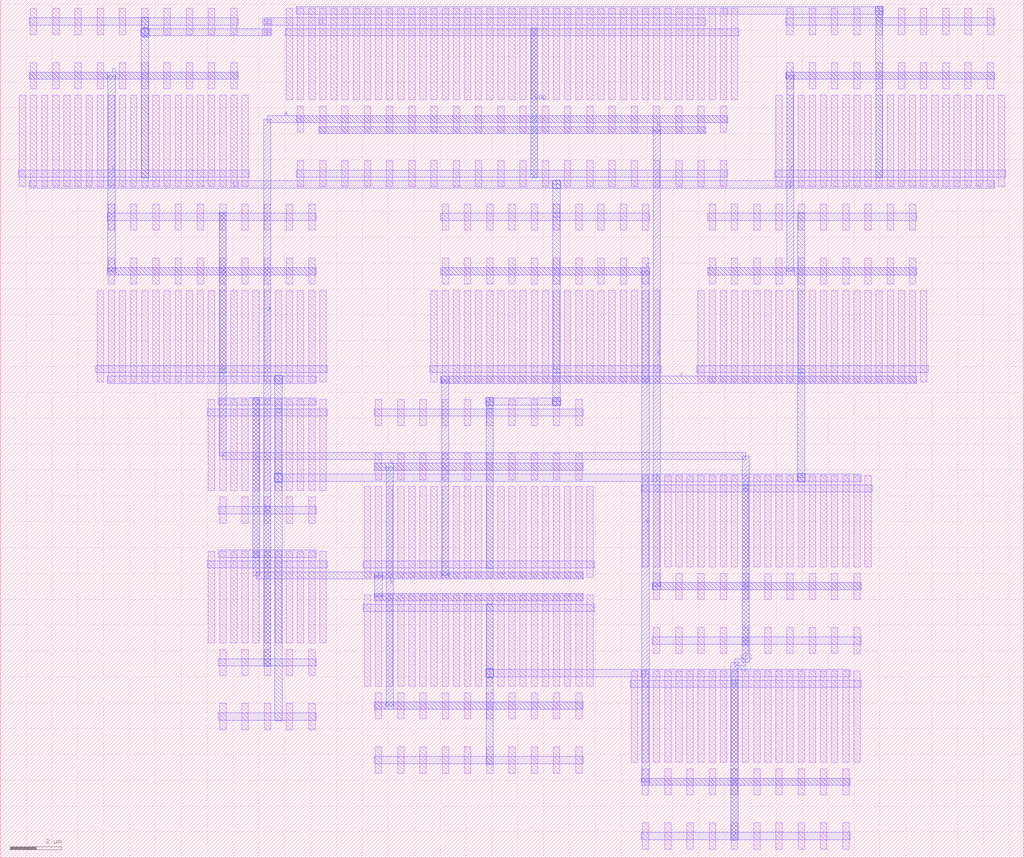
<source format=lef>
MACRO FN_SIM
  ORIGIN 0 0 ;
  FOREIGN FN_SIM 0 0 ;
  SIZE 39.56 BY 33.18 ;
  PIN E
    DIRECTION INOUT ;
    USE SIGNAL ;
    PORT 
      LAYER M2 ;
        RECT 14.45 5.74 22.53 6.02 ;
      LAYER M2 ;
        RECT 14.45 14.98 22.53 15.26 ;
      LAYER M2 ;
        RECT 14.89 5.74 15.21 6.02 ;
      LAYER M3 ;
        RECT 14.91 5.88 15.19 15.12 ;
      LAYER M2 ;
        RECT 14.89 14.98 15.21 15.26 ;
    END
  END E
  PIN Y
    DIRECTION INOUT ;
    USE SIGNAL ;
    PORT 
      LAYER M3 ;
        RECT 9.75 11.6 10.03 17.8 ;
      LAYER M2 ;
        RECT 14.45 9.94 22.53 10.22 ;
      LAYER M2 ;
        RECT 14.45 10.78 22.53 11.06 ;
      LAYER M2 ;
        RECT 14.46 9.94 14.78 10.22 ;
      LAYER M3 ;
        RECT 14.48 10.08 14.76 10.92 ;
      LAYER M2 ;
        RECT 14.46 10.78 14.78 11.06 ;
      LAYER M2 ;
        RECT 17.03 18.34 25.11 18.62 ;
      LAYER M2 ;
        RECT 27.35 18.34 35.43 18.62 ;
      LAYER M3 ;
        RECT 9.75 10.92 10.03 11.76 ;
      LAYER M2 ;
        RECT 9.89 10.78 14.62 11.06 ;
      LAYER M2 ;
        RECT 17.04 10.78 17.36 11.06 ;
      LAYER M3 ;
        RECT 17.06 10.92 17.34 18.48 ;
      LAYER M2 ;
        RECT 17.04 18.34 17.36 18.62 ;
      LAYER M2 ;
        RECT 24.94 18.34 27.52 18.62 ;
    END
  END Y
  PIN A
    DIRECTION INOUT ;
    USE SIGNAL ;
    PORT 
      LAYER M3 ;
        RECT 10.18 7.4 10.46 13.6 ;
      LAYER M2 ;
        RECT 11.44 28.42 28.12 28.7 ;
      LAYER M3 ;
        RECT 10.18 13.44 10.46 28.56 ;
      LAYER M2 ;
        RECT 10.32 28.42 11.61 28.7 ;
    END
  END A
  PIN B
    DIRECTION INOUT ;
    USE SIGNAL ;
    PORT 
      LAYER M2 ;
        RECT 25.2 10.36 33.28 10.64 ;
      LAYER M2 ;
        RECT 12.3 28 27.26 28.28 ;
      LAYER M2 ;
        RECT 25.21 10.36 25.53 10.64 ;
      LAYER M3 ;
        RECT 25.23 10.5 25.51 28.14 ;
      LAYER M2 ;
        RECT 25.21 28 25.53 28.28 ;
    END
  END B
  PIN VDD
    DIRECTION INOUT ;
    USE SIGNAL ;
    PORT 
      LAYER M3 ;
        RECT 20.5 26.3 20.78 32.08 ;
    END
  END VDD
  PIN VSS
    DIRECTION INOUT ;
    USE SIGNAL ;
    PORT 
      LAYER M3 ;
        RECT 8.46 18.74 8.74 24.94 ;
      LAYER M3 ;
        RECT 28.67 8.24 28.95 14.44 ;
      LAYER M3 ;
        RECT 28.24 0.68 28.52 6.88 ;
      LAYER M3 ;
        RECT 8.46 15.54 8.74 18.9 ;
      LAYER M2 ;
        RECT 8.6 15.4 28.81 15.68 ;
      LAYER M3 ;
        RECT 28.67 14.28 28.95 15.54 ;
      LAYER M3 ;
        RECT 28.67 7.56 28.95 8.4 ;
      LAYER M2 ;
        RECT 28.38 7.42 28.81 7.7 ;
      LAYER M3 ;
        RECT 28.24 6.72 28.52 7.56 ;
    END
  END VSS
  PIN D
    DIRECTION INOUT ;
    USE SIGNAL ;
    PORT 
      LAYER M2 ;
        RECT 4.13 22.54 12.21 22.82 ;
      LAYER M2 ;
        RECT 1.12 30.1 9.2 30.38 ;
      LAYER M2 ;
        RECT 4.14 22.54 4.46 22.82 ;
      LAYER M3 ;
        RECT 4.16 22.68 4.44 30.24 ;
      LAYER M2 ;
        RECT 4.14 30.1 4.46 30.38 ;
    END
  END D
  PIN F
    DIRECTION INOUT ;
    USE SIGNAL ;
    PORT 
      LAYER M2 ;
        RECT 24.77 2.8 32.85 3.08 ;
      LAYER M2 ;
        RECT 17.03 22.54 25.11 22.82 ;
      LAYER M2 ;
        RECT 24.78 2.8 25.1 3.08 ;
      LAYER M3 ;
        RECT 24.8 2.94 25.08 22.68 ;
      LAYER M2 ;
        RECT 24.78 22.54 25.1 22.82 ;
    END
  END F
  PIN C
    DIRECTION INOUT ;
    USE SIGNAL ;
    PORT 
      LAYER M2 ;
        RECT 27.35 22.54 35.43 22.82 ;
      LAYER M2 ;
        RECT 30.36 30.1 38.44 30.38 ;
      LAYER M2 ;
        RECT 30.37 22.54 30.69 22.82 ;
      LAYER M3 ;
        RECT 30.39 22.68 30.67 30.24 ;
      LAYER M2 ;
        RECT 30.37 30.1 30.69 30.38 ;
    END
  END C
  OBS 
  LAYER M3 ;
        RECT 18.78 3.62 19.06 9.82 ;
  LAYER M2 ;
        RECT 24.77 7 32.85 7.28 ;
  LAYER M3 ;
        RECT 18.78 6.955 19.06 7.325 ;
  LAYER M2 ;
        RECT 18.92 7 24.94 7.28 ;
  LAYER M2 ;
        RECT 18.76 7 19.08 7.28 ;
  LAYER M3 ;
        RECT 18.78 6.98 19.06 7.3 ;
  LAYER M2 ;
        RECT 18.76 7 19.08 7.28 ;
  LAYER M3 ;
        RECT 18.78 6.98 19.06 7.3 ;
  LAYER M2 ;
        RECT 1.12 25.9 9.2 26.18 ;
  LAYER M3 ;
        RECT 21.36 18.74 21.64 24.94 ;
  LAYER M3 ;
        RECT 18.78 11.18 19.06 17.38 ;
  LAYER M2 ;
        RECT 30.36 25.9 38.44 26.18 ;
  LAYER M2 ;
        RECT 9.03 25.9 21.5 26.18 ;
  LAYER M3 ;
        RECT 21.36 24.78 21.64 26.04 ;
  LAYER M3 ;
        RECT 21.36 17.64 21.64 18.9 ;
  LAYER M2 ;
        RECT 18.92 17.5 21.5 17.78 ;
  LAYER M3 ;
        RECT 18.78 17.22 19.06 17.64 ;
  LAYER M2 ;
        RECT 21.5 25.9 30.53 26.18 ;
  LAYER M2 ;
        RECT 21.34 25.9 21.66 26.18 ;
  LAYER M3 ;
        RECT 21.36 25.88 21.64 26.2 ;
  LAYER M2 ;
        RECT 21.34 25.9 21.66 26.18 ;
  LAYER M3 ;
        RECT 21.36 25.88 21.64 26.2 ;
  LAYER M2 ;
        RECT 18.76 17.5 19.08 17.78 ;
  LAYER M3 ;
        RECT 18.78 17.48 19.06 17.8 ;
  LAYER M2 ;
        RECT 21.34 17.5 21.66 17.78 ;
  LAYER M3 ;
        RECT 21.36 17.48 21.64 17.8 ;
  LAYER M2 ;
        RECT 21.34 25.9 21.66 26.18 ;
  LAYER M3 ;
        RECT 21.36 25.88 21.64 26.2 ;
  LAYER M2 ;
        RECT 18.76 17.5 19.08 17.78 ;
  LAYER M3 ;
        RECT 18.78 17.48 19.06 17.8 ;
  LAYER M2 ;
        RECT 21.34 17.5 21.66 17.78 ;
  LAYER M3 ;
        RECT 21.36 17.48 21.64 17.8 ;
  LAYER M2 ;
        RECT 21.34 25.9 21.66 26.18 ;
  LAYER M3 ;
        RECT 21.36 25.88 21.64 26.2 ;
  LAYER M2 ;
        RECT 18.76 17.5 19.08 17.78 ;
  LAYER M3 ;
        RECT 18.78 17.48 19.06 17.8 ;
  LAYER M2 ;
        RECT 21.34 17.5 21.66 17.78 ;
  LAYER M3 ;
        RECT 21.36 17.48 21.64 17.8 ;
  LAYER M2 ;
        RECT 21.34 25.9 21.66 26.18 ;
  LAYER M3 ;
        RECT 21.36 25.88 21.64 26.2 ;
  LAYER M2 ;
        RECT 18.76 17.5 19.08 17.78 ;
  LAYER M3 ;
        RECT 18.78 17.48 19.06 17.8 ;
  LAYER M2 ;
        RECT 21.34 17.5 21.66 17.78 ;
  LAYER M3 ;
        RECT 21.36 17.48 21.64 17.8 ;
  LAYER M2 ;
        RECT 21.34 25.9 21.66 26.18 ;
  LAYER M3 ;
        RECT 21.36 25.88 21.64 26.2 ;
  LAYER M2 ;
        RECT 11.44 32.62 28.12 32.9 ;
  LAYER M3 ;
        RECT 33.83 26.3 34.11 32.5 ;
  LAYER M2 ;
        RECT 27.95 32.62 33.97 32.9 ;
  LAYER M3 ;
        RECT 33.83 32.34 34.11 32.76 ;
  LAYER M2 ;
        RECT 33.81 32.62 34.13 32.9 ;
  LAYER M3 ;
        RECT 33.83 32.6 34.11 32.92 ;
  LAYER M2 ;
        RECT 33.81 32.62 34.13 32.9 ;
  LAYER M3 ;
        RECT 33.83 32.6 34.11 32.92 ;
  LAYER M3 ;
        RECT 5.45 26.3 5.73 32.5 ;
  LAYER M2 ;
        RECT 12.3 32.2 27.26 32.48 ;
  LAYER M3 ;
        RECT 5.45 31.735 5.73 32.105 ;
  LAYER M2 ;
        RECT 5.59 31.78 10.32 32.06 ;
  LAYER M1 ;
        RECT 10.195 31.92 10.445 32.34 ;
  LAYER M2 ;
        RECT 10.32 32.2 12.47 32.48 ;
  LAYER M1 ;
        RECT 10.195 31.835 10.445 32.005 ;
  LAYER M2 ;
        RECT 10.15 31.78 10.49 32.06 ;
  LAYER M1 ;
        RECT 10.195 32.255 10.445 32.425 ;
  LAYER M2 ;
        RECT 10.15 32.2 10.49 32.48 ;
  LAYER M2 ;
        RECT 5.43 31.78 5.75 32.06 ;
  LAYER M3 ;
        RECT 5.45 31.76 5.73 32.08 ;
  LAYER M1 ;
        RECT 10.195 31.835 10.445 32.005 ;
  LAYER M2 ;
        RECT 10.15 31.78 10.49 32.06 ;
  LAYER M1 ;
        RECT 10.195 32.255 10.445 32.425 ;
  LAYER M2 ;
        RECT 10.15 32.2 10.49 32.48 ;
  LAYER M2 ;
        RECT 5.43 31.78 5.75 32.06 ;
  LAYER M3 ;
        RECT 5.45 31.76 5.73 32.08 ;
  LAYER M3 ;
        RECT 10.61 5.3 10.89 17.38 ;
  LAYER M2 ;
        RECT 4.13 18.34 12.21 18.62 ;
  LAYER M2 ;
        RECT 25.2 14.56 33.28 14.84 ;
  LAYER M3 ;
        RECT 30.82 18.74 31.1 24.94 ;
  LAYER M3 ;
        RECT 10.61 17.22 10.89 18.48 ;
  LAYER M2 ;
        RECT 10.59 18.34 10.91 18.62 ;
  LAYER M3 ;
        RECT 10.61 14.515 10.89 14.885 ;
  LAYER M2 ;
        RECT 10.75 14.56 25.37 14.84 ;
  LAYER M2 ;
        RECT 30.8 14.56 31.12 14.84 ;
  LAYER M3 ;
        RECT 30.82 14.7 31.1 18.9 ;
  LAYER M2 ;
        RECT 10.59 18.34 10.91 18.62 ;
  LAYER M3 ;
        RECT 10.61 18.32 10.89 18.64 ;
  LAYER M2 ;
        RECT 10.59 18.34 10.91 18.62 ;
  LAYER M3 ;
        RECT 10.61 18.32 10.89 18.64 ;
  LAYER M2 ;
        RECT 10.59 14.56 10.91 14.84 ;
  LAYER M3 ;
        RECT 10.61 14.54 10.89 14.86 ;
  LAYER M2 ;
        RECT 10.59 18.34 10.91 18.62 ;
  LAYER M3 ;
        RECT 10.61 18.32 10.89 18.64 ;
  LAYER M2 ;
        RECT 10.59 14.56 10.91 14.84 ;
  LAYER M3 ;
        RECT 10.61 14.54 10.89 14.86 ;
  LAYER M2 ;
        RECT 10.59 18.34 10.91 18.62 ;
  LAYER M3 ;
        RECT 10.61 18.32 10.89 18.64 ;
  LAYER M2 ;
        RECT 10.59 14.56 10.91 14.84 ;
  LAYER M3 ;
        RECT 10.61 14.54 10.89 14.86 ;
  LAYER M2 ;
        RECT 10.59 18.34 10.91 18.62 ;
  LAYER M3 ;
        RECT 10.61 18.32 10.89 18.64 ;
  LAYER M2 ;
        RECT 30.8 14.56 31.12 14.84 ;
  LAYER M3 ;
        RECT 30.82 14.54 31.1 14.86 ;
  LAYER M2 ;
        RECT 10.59 14.56 10.91 14.84 ;
  LAYER M3 ;
        RECT 10.61 14.54 10.89 14.86 ;
  LAYER M2 ;
        RECT 10.59 18.34 10.91 18.62 ;
  LAYER M3 ;
        RECT 10.61 18.32 10.89 18.64 ;
  LAYER M2 ;
        RECT 30.8 14.56 31.12 14.84 ;
  LAYER M3 ;
        RECT 30.82 14.54 31.1 14.86 ;
  LAYER M1 ;
        RECT 14.495 6.635 14.745 10.165 ;
  LAYER M1 ;
        RECT 14.495 5.375 14.745 6.385 ;
  LAYER M1 ;
        RECT 14.495 3.275 14.745 4.285 ;
  LAYER M1 ;
        RECT 14.065 6.635 14.315 10.165 ;
  LAYER M1 ;
        RECT 14.925 6.635 15.175 10.165 ;
  LAYER M1 ;
        RECT 15.355 6.635 15.605 10.165 ;
  LAYER M1 ;
        RECT 15.355 5.375 15.605 6.385 ;
  LAYER M1 ;
        RECT 15.355 3.275 15.605 4.285 ;
  LAYER M1 ;
        RECT 15.785 6.635 16.035 10.165 ;
  LAYER M1 ;
        RECT 16.215 6.635 16.465 10.165 ;
  LAYER M1 ;
        RECT 16.215 5.375 16.465 6.385 ;
  LAYER M1 ;
        RECT 16.215 3.275 16.465 4.285 ;
  LAYER M1 ;
        RECT 16.645 6.635 16.895 10.165 ;
  LAYER M1 ;
        RECT 17.075 6.635 17.325 10.165 ;
  LAYER M1 ;
        RECT 17.075 5.375 17.325 6.385 ;
  LAYER M1 ;
        RECT 17.075 3.275 17.325 4.285 ;
  LAYER M1 ;
        RECT 17.505 6.635 17.755 10.165 ;
  LAYER M1 ;
        RECT 17.935 6.635 18.185 10.165 ;
  LAYER M1 ;
        RECT 17.935 5.375 18.185 6.385 ;
  LAYER M1 ;
        RECT 17.935 3.275 18.185 4.285 ;
  LAYER M1 ;
        RECT 18.365 6.635 18.615 10.165 ;
  LAYER M1 ;
        RECT 18.795 6.635 19.045 10.165 ;
  LAYER M1 ;
        RECT 18.795 5.375 19.045 6.385 ;
  LAYER M1 ;
        RECT 18.795 3.275 19.045 4.285 ;
  LAYER M1 ;
        RECT 19.225 6.635 19.475 10.165 ;
  LAYER M1 ;
        RECT 19.655 6.635 19.905 10.165 ;
  LAYER M1 ;
        RECT 19.655 5.375 19.905 6.385 ;
  LAYER M1 ;
        RECT 19.655 3.275 19.905 4.285 ;
  LAYER M1 ;
        RECT 20.085 6.635 20.335 10.165 ;
  LAYER M1 ;
        RECT 20.515 6.635 20.765 10.165 ;
  LAYER M1 ;
        RECT 20.515 5.375 20.765 6.385 ;
  LAYER M1 ;
        RECT 20.515 3.275 20.765 4.285 ;
  LAYER M1 ;
        RECT 20.945 6.635 21.195 10.165 ;
  LAYER M1 ;
        RECT 21.375 6.635 21.625 10.165 ;
  LAYER M1 ;
        RECT 21.375 5.375 21.625 6.385 ;
  LAYER M1 ;
        RECT 21.375 3.275 21.625 4.285 ;
  LAYER M1 ;
        RECT 21.805 6.635 22.055 10.165 ;
  LAYER M1 ;
        RECT 22.235 6.635 22.485 10.165 ;
  LAYER M1 ;
        RECT 22.235 5.375 22.485 6.385 ;
  LAYER M1 ;
        RECT 22.235 3.275 22.485 4.285 ;
  LAYER M1 ;
        RECT 22.665 6.635 22.915 10.165 ;
  LAYER M2 ;
        RECT 14.45 3.64 22.53 3.92 ;
  LAYER M2 ;
        RECT 14.02 9.52 22.96 9.8 ;
  LAYER M2 ;
        RECT 14.45 9.94 22.53 10.22 ;
  LAYER M2 ;
        RECT 14.45 5.74 22.53 6.02 ;
  LAYER M3 ;
        RECT 18.78 3.62 19.06 9.82 ;
  LAYER M1 ;
        RECT 14.495 10.835 14.745 14.365 ;
  LAYER M1 ;
        RECT 14.495 14.615 14.745 15.625 ;
  LAYER M1 ;
        RECT 14.495 16.715 14.745 17.725 ;
  LAYER M1 ;
        RECT 14.065 10.835 14.315 14.365 ;
  LAYER M1 ;
        RECT 14.925 10.835 15.175 14.365 ;
  LAYER M1 ;
        RECT 15.355 10.835 15.605 14.365 ;
  LAYER M1 ;
        RECT 15.355 14.615 15.605 15.625 ;
  LAYER M1 ;
        RECT 15.355 16.715 15.605 17.725 ;
  LAYER M1 ;
        RECT 15.785 10.835 16.035 14.365 ;
  LAYER M1 ;
        RECT 16.215 10.835 16.465 14.365 ;
  LAYER M1 ;
        RECT 16.215 14.615 16.465 15.625 ;
  LAYER M1 ;
        RECT 16.215 16.715 16.465 17.725 ;
  LAYER M1 ;
        RECT 16.645 10.835 16.895 14.365 ;
  LAYER M1 ;
        RECT 17.075 10.835 17.325 14.365 ;
  LAYER M1 ;
        RECT 17.075 14.615 17.325 15.625 ;
  LAYER M1 ;
        RECT 17.075 16.715 17.325 17.725 ;
  LAYER M1 ;
        RECT 17.505 10.835 17.755 14.365 ;
  LAYER M1 ;
        RECT 17.935 10.835 18.185 14.365 ;
  LAYER M1 ;
        RECT 17.935 14.615 18.185 15.625 ;
  LAYER M1 ;
        RECT 17.935 16.715 18.185 17.725 ;
  LAYER M1 ;
        RECT 18.365 10.835 18.615 14.365 ;
  LAYER M1 ;
        RECT 18.795 10.835 19.045 14.365 ;
  LAYER M1 ;
        RECT 18.795 14.615 19.045 15.625 ;
  LAYER M1 ;
        RECT 18.795 16.715 19.045 17.725 ;
  LAYER M1 ;
        RECT 19.225 10.835 19.475 14.365 ;
  LAYER M1 ;
        RECT 19.655 10.835 19.905 14.365 ;
  LAYER M1 ;
        RECT 19.655 14.615 19.905 15.625 ;
  LAYER M1 ;
        RECT 19.655 16.715 19.905 17.725 ;
  LAYER M1 ;
        RECT 20.085 10.835 20.335 14.365 ;
  LAYER M1 ;
        RECT 20.515 10.835 20.765 14.365 ;
  LAYER M1 ;
        RECT 20.515 14.615 20.765 15.625 ;
  LAYER M1 ;
        RECT 20.515 16.715 20.765 17.725 ;
  LAYER M1 ;
        RECT 20.945 10.835 21.195 14.365 ;
  LAYER M1 ;
        RECT 21.375 10.835 21.625 14.365 ;
  LAYER M1 ;
        RECT 21.375 14.615 21.625 15.625 ;
  LAYER M1 ;
        RECT 21.375 16.715 21.625 17.725 ;
  LAYER M1 ;
        RECT 21.805 10.835 22.055 14.365 ;
  LAYER M1 ;
        RECT 22.235 10.835 22.485 14.365 ;
  LAYER M1 ;
        RECT 22.235 14.615 22.485 15.625 ;
  LAYER M1 ;
        RECT 22.235 16.715 22.485 17.725 ;
  LAYER M1 ;
        RECT 22.665 10.835 22.915 14.365 ;
  LAYER M2 ;
        RECT 14.45 17.08 22.53 17.36 ;
  LAYER M2 ;
        RECT 14.02 11.2 22.96 11.48 ;
  LAYER M2 ;
        RECT 14.45 10.78 22.53 11.06 ;
  LAYER M2 ;
        RECT 14.45 14.98 22.53 15.26 ;
  LAYER M3 ;
        RECT 18.78 11.18 19.06 17.38 ;
  LAYER M1 ;
        RECT 11.485 29.315 11.735 32.845 ;
  LAYER M1 ;
        RECT 11.485 28.055 11.735 29.065 ;
  LAYER M1 ;
        RECT 11.485 25.955 11.735 26.965 ;
  LAYER M1 ;
        RECT 11.055 29.315 11.305 32.845 ;
  LAYER M1 ;
        RECT 11.915 29.315 12.165 32.845 ;
  LAYER M1 ;
        RECT 12.345 29.315 12.595 32.845 ;
  LAYER M1 ;
        RECT 12.345 28.055 12.595 29.065 ;
  LAYER M1 ;
        RECT 12.345 25.955 12.595 26.965 ;
  LAYER M1 ;
        RECT 12.775 29.315 13.025 32.845 ;
  LAYER M1 ;
        RECT 13.205 29.315 13.455 32.845 ;
  LAYER M1 ;
        RECT 13.205 28.055 13.455 29.065 ;
  LAYER M1 ;
        RECT 13.205 25.955 13.455 26.965 ;
  LAYER M1 ;
        RECT 13.635 29.315 13.885 32.845 ;
  LAYER M1 ;
        RECT 14.065 29.315 14.315 32.845 ;
  LAYER M1 ;
        RECT 14.065 28.055 14.315 29.065 ;
  LAYER M1 ;
        RECT 14.065 25.955 14.315 26.965 ;
  LAYER M1 ;
        RECT 14.495 29.315 14.745 32.845 ;
  LAYER M1 ;
        RECT 14.925 29.315 15.175 32.845 ;
  LAYER M1 ;
        RECT 14.925 28.055 15.175 29.065 ;
  LAYER M1 ;
        RECT 14.925 25.955 15.175 26.965 ;
  LAYER M1 ;
        RECT 15.355 29.315 15.605 32.845 ;
  LAYER M1 ;
        RECT 15.785 29.315 16.035 32.845 ;
  LAYER M1 ;
        RECT 15.785 28.055 16.035 29.065 ;
  LAYER M1 ;
        RECT 15.785 25.955 16.035 26.965 ;
  LAYER M1 ;
        RECT 16.215 29.315 16.465 32.845 ;
  LAYER M1 ;
        RECT 16.645 29.315 16.895 32.845 ;
  LAYER M1 ;
        RECT 16.645 28.055 16.895 29.065 ;
  LAYER M1 ;
        RECT 16.645 25.955 16.895 26.965 ;
  LAYER M1 ;
        RECT 17.075 29.315 17.325 32.845 ;
  LAYER M1 ;
        RECT 17.505 29.315 17.755 32.845 ;
  LAYER M1 ;
        RECT 17.505 28.055 17.755 29.065 ;
  LAYER M1 ;
        RECT 17.505 25.955 17.755 26.965 ;
  LAYER M1 ;
        RECT 17.935 29.315 18.185 32.845 ;
  LAYER M1 ;
        RECT 18.365 29.315 18.615 32.845 ;
  LAYER M1 ;
        RECT 18.365 28.055 18.615 29.065 ;
  LAYER M1 ;
        RECT 18.365 25.955 18.615 26.965 ;
  LAYER M1 ;
        RECT 18.795 29.315 19.045 32.845 ;
  LAYER M1 ;
        RECT 19.225 29.315 19.475 32.845 ;
  LAYER M1 ;
        RECT 19.225 28.055 19.475 29.065 ;
  LAYER M1 ;
        RECT 19.225 25.955 19.475 26.965 ;
  LAYER M1 ;
        RECT 19.655 29.315 19.905 32.845 ;
  LAYER M1 ;
        RECT 20.085 29.315 20.335 32.845 ;
  LAYER M1 ;
        RECT 20.085 28.055 20.335 29.065 ;
  LAYER M1 ;
        RECT 20.085 25.955 20.335 26.965 ;
  LAYER M1 ;
        RECT 20.515 29.315 20.765 32.845 ;
  LAYER M1 ;
        RECT 20.945 29.315 21.195 32.845 ;
  LAYER M1 ;
        RECT 20.945 28.055 21.195 29.065 ;
  LAYER M1 ;
        RECT 20.945 25.955 21.195 26.965 ;
  LAYER M1 ;
        RECT 21.375 29.315 21.625 32.845 ;
  LAYER M1 ;
        RECT 21.805 29.315 22.055 32.845 ;
  LAYER M1 ;
        RECT 21.805 28.055 22.055 29.065 ;
  LAYER M1 ;
        RECT 21.805 25.955 22.055 26.965 ;
  LAYER M1 ;
        RECT 22.235 29.315 22.485 32.845 ;
  LAYER M1 ;
        RECT 22.665 29.315 22.915 32.845 ;
  LAYER M1 ;
        RECT 22.665 28.055 22.915 29.065 ;
  LAYER M1 ;
        RECT 22.665 25.955 22.915 26.965 ;
  LAYER M1 ;
        RECT 23.095 29.315 23.345 32.845 ;
  LAYER M1 ;
        RECT 23.525 29.315 23.775 32.845 ;
  LAYER M1 ;
        RECT 23.525 28.055 23.775 29.065 ;
  LAYER M1 ;
        RECT 23.525 25.955 23.775 26.965 ;
  LAYER M1 ;
        RECT 23.955 29.315 24.205 32.845 ;
  LAYER M1 ;
        RECT 24.385 29.315 24.635 32.845 ;
  LAYER M1 ;
        RECT 24.385 28.055 24.635 29.065 ;
  LAYER M1 ;
        RECT 24.385 25.955 24.635 26.965 ;
  LAYER M1 ;
        RECT 24.815 29.315 25.065 32.845 ;
  LAYER M1 ;
        RECT 25.245 29.315 25.495 32.845 ;
  LAYER M1 ;
        RECT 25.245 28.055 25.495 29.065 ;
  LAYER M1 ;
        RECT 25.245 25.955 25.495 26.965 ;
  LAYER M1 ;
        RECT 25.675 29.315 25.925 32.845 ;
  LAYER M1 ;
        RECT 26.105 29.315 26.355 32.845 ;
  LAYER M1 ;
        RECT 26.105 28.055 26.355 29.065 ;
  LAYER M1 ;
        RECT 26.105 25.955 26.355 26.965 ;
  LAYER M1 ;
        RECT 26.535 29.315 26.785 32.845 ;
  LAYER M1 ;
        RECT 26.965 29.315 27.215 32.845 ;
  LAYER M1 ;
        RECT 26.965 28.055 27.215 29.065 ;
  LAYER M1 ;
        RECT 26.965 25.955 27.215 26.965 ;
  LAYER M1 ;
        RECT 27.395 29.315 27.645 32.845 ;
  LAYER M1 ;
        RECT 27.825 29.315 28.075 32.845 ;
  LAYER M1 ;
        RECT 27.825 28.055 28.075 29.065 ;
  LAYER M1 ;
        RECT 27.825 25.955 28.075 26.965 ;
  LAYER M1 ;
        RECT 28.255 29.315 28.505 32.845 ;
  LAYER M2 ;
        RECT 11.44 26.32 28.12 26.6 ;
  LAYER M2 ;
        RECT 11.01 31.78 28.55 32.06 ;
  LAYER M2 ;
        RECT 11.44 32.62 28.12 32.9 ;
  LAYER M2 ;
        RECT 12.3 32.2 27.26 32.48 ;
  LAYER M2 ;
        RECT 11.44 28.42 28.12 28.7 ;
  LAYER M2 ;
        RECT 12.3 28 27.26 28.28 ;
  LAYER M3 ;
        RECT 20.5 26.3 20.78 32.08 ;
  LAYER M1 ;
        RECT 32.985 11.255 33.235 14.785 ;
  LAYER M1 ;
        RECT 32.985 9.995 33.235 11.005 ;
  LAYER M1 ;
        RECT 32.985 7.895 33.235 8.905 ;
  LAYER M1 ;
        RECT 33.415 11.255 33.665 14.785 ;
  LAYER M1 ;
        RECT 32.555 11.255 32.805 14.785 ;
  LAYER M1 ;
        RECT 32.125 11.255 32.375 14.785 ;
  LAYER M1 ;
        RECT 32.125 9.995 32.375 11.005 ;
  LAYER M1 ;
        RECT 32.125 7.895 32.375 8.905 ;
  LAYER M1 ;
        RECT 31.695 11.255 31.945 14.785 ;
  LAYER M1 ;
        RECT 31.265 11.255 31.515 14.785 ;
  LAYER M1 ;
        RECT 31.265 9.995 31.515 11.005 ;
  LAYER M1 ;
        RECT 31.265 7.895 31.515 8.905 ;
  LAYER M1 ;
        RECT 30.835 11.255 31.085 14.785 ;
  LAYER M1 ;
        RECT 30.405 11.255 30.655 14.785 ;
  LAYER M1 ;
        RECT 30.405 9.995 30.655 11.005 ;
  LAYER M1 ;
        RECT 30.405 7.895 30.655 8.905 ;
  LAYER M1 ;
        RECT 29.975 11.255 30.225 14.785 ;
  LAYER M1 ;
        RECT 29.545 11.255 29.795 14.785 ;
  LAYER M1 ;
        RECT 29.545 9.995 29.795 11.005 ;
  LAYER M1 ;
        RECT 29.545 7.895 29.795 8.905 ;
  LAYER M1 ;
        RECT 29.115 11.255 29.365 14.785 ;
  LAYER M1 ;
        RECT 28.685 11.255 28.935 14.785 ;
  LAYER M1 ;
        RECT 28.685 9.995 28.935 11.005 ;
  LAYER M1 ;
        RECT 28.685 7.895 28.935 8.905 ;
  LAYER M1 ;
        RECT 28.255 11.255 28.505 14.785 ;
  LAYER M1 ;
        RECT 27.825 11.255 28.075 14.785 ;
  LAYER M1 ;
        RECT 27.825 9.995 28.075 11.005 ;
  LAYER M1 ;
        RECT 27.825 7.895 28.075 8.905 ;
  LAYER M1 ;
        RECT 27.395 11.255 27.645 14.785 ;
  LAYER M1 ;
        RECT 26.965 11.255 27.215 14.785 ;
  LAYER M1 ;
        RECT 26.965 9.995 27.215 11.005 ;
  LAYER M1 ;
        RECT 26.965 7.895 27.215 8.905 ;
  LAYER M1 ;
        RECT 26.535 11.255 26.785 14.785 ;
  LAYER M1 ;
        RECT 26.105 11.255 26.355 14.785 ;
  LAYER M1 ;
        RECT 26.105 9.995 26.355 11.005 ;
  LAYER M1 ;
        RECT 26.105 7.895 26.355 8.905 ;
  LAYER M1 ;
        RECT 25.675 11.255 25.925 14.785 ;
  LAYER M1 ;
        RECT 25.245 11.255 25.495 14.785 ;
  LAYER M1 ;
        RECT 25.245 9.995 25.495 11.005 ;
  LAYER M1 ;
        RECT 25.245 7.895 25.495 8.905 ;
  LAYER M1 ;
        RECT 24.815 11.255 25.065 14.785 ;
  LAYER M2 ;
        RECT 25.2 8.26 33.28 8.54 ;
  LAYER M2 ;
        RECT 24.77 14.14 33.71 14.42 ;
  LAYER M2 ;
        RECT 25.2 14.56 33.28 14.84 ;
  LAYER M2 ;
        RECT 25.2 10.36 33.28 10.64 ;
  LAYER M3 ;
        RECT 28.67 8.24 28.95 14.44 ;
  LAYER M1 ;
        RECT 4.175 18.395 4.425 21.925 ;
  LAYER M1 ;
        RECT 4.175 22.175 4.425 23.185 ;
  LAYER M1 ;
        RECT 4.175 24.275 4.425 25.285 ;
  LAYER M1 ;
        RECT 3.745 18.395 3.995 21.925 ;
  LAYER M1 ;
        RECT 4.605 18.395 4.855 21.925 ;
  LAYER M1 ;
        RECT 5.035 18.395 5.285 21.925 ;
  LAYER M1 ;
        RECT 5.035 22.175 5.285 23.185 ;
  LAYER M1 ;
        RECT 5.035 24.275 5.285 25.285 ;
  LAYER M1 ;
        RECT 5.465 18.395 5.715 21.925 ;
  LAYER M1 ;
        RECT 5.895 18.395 6.145 21.925 ;
  LAYER M1 ;
        RECT 5.895 22.175 6.145 23.185 ;
  LAYER M1 ;
        RECT 5.895 24.275 6.145 25.285 ;
  LAYER M1 ;
        RECT 6.325 18.395 6.575 21.925 ;
  LAYER M1 ;
        RECT 6.755 18.395 7.005 21.925 ;
  LAYER M1 ;
        RECT 6.755 22.175 7.005 23.185 ;
  LAYER M1 ;
        RECT 6.755 24.275 7.005 25.285 ;
  LAYER M1 ;
        RECT 7.185 18.395 7.435 21.925 ;
  LAYER M1 ;
        RECT 7.615 18.395 7.865 21.925 ;
  LAYER M1 ;
        RECT 7.615 22.175 7.865 23.185 ;
  LAYER M1 ;
        RECT 7.615 24.275 7.865 25.285 ;
  LAYER M1 ;
        RECT 8.045 18.395 8.295 21.925 ;
  LAYER M1 ;
        RECT 8.475 18.395 8.725 21.925 ;
  LAYER M1 ;
        RECT 8.475 22.175 8.725 23.185 ;
  LAYER M1 ;
        RECT 8.475 24.275 8.725 25.285 ;
  LAYER M1 ;
        RECT 8.905 18.395 9.155 21.925 ;
  LAYER M1 ;
        RECT 9.335 18.395 9.585 21.925 ;
  LAYER M1 ;
        RECT 9.335 22.175 9.585 23.185 ;
  LAYER M1 ;
        RECT 9.335 24.275 9.585 25.285 ;
  LAYER M1 ;
        RECT 9.765 18.395 10.015 21.925 ;
  LAYER M1 ;
        RECT 10.195 18.395 10.445 21.925 ;
  LAYER M1 ;
        RECT 10.195 22.175 10.445 23.185 ;
  LAYER M1 ;
        RECT 10.195 24.275 10.445 25.285 ;
  LAYER M1 ;
        RECT 10.625 18.395 10.875 21.925 ;
  LAYER M1 ;
        RECT 11.055 18.395 11.305 21.925 ;
  LAYER M1 ;
        RECT 11.055 22.175 11.305 23.185 ;
  LAYER M1 ;
        RECT 11.055 24.275 11.305 25.285 ;
  LAYER M1 ;
        RECT 11.485 18.395 11.735 21.925 ;
  LAYER M1 ;
        RECT 11.915 18.395 12.165 21.925 ;
  LAYER M1 ;
        RECT 11.915 22.175 12.165 23.185 ;
  LAYER M1 ;
        RECT 11.915 24.275 12.165 25.285 ;
  LAYER M1 ;
        RECT 12.345 18.395 12.595 21.925 ;
  LAYER M2 ;
        RECT 4.13 24.64 12.21 24.92 ;
  LAYER M2 ;
        RECT 3.7 18.76 12.64 19.04 ;
  LAYER M2 ;
        RECT 4.13 18.34 12.21 18.62 ;
  LAYER M2 ;
        RECT 4.13 22.54 12.21 22.82 ;
  LAYER M3 ;
        RECT 8.46 18.74 8.74 24.94 ;
  LAYER M1 ;
        RECT 32.555 3.695 32.805 7.225 ;
  LAYER M1 ;
        RECT 32.555 2.435 32.805 3.445 ;
  LAYER M1 ;
        RECT 32.555 0.335 32.805 1.345 ;
  LAYER M1 ;
        RECT 32.985 3.695 33.235 7.225 ;
  LAYER M1 ;
        RECT 32.125 3.695 32.375 7.225 ;
  LAYER M1 ;
        RECT 31.695 3.695 31.945 7.225 ;
  LAYER M1 ;
        RECT 31.695 2.435 31.945 3.445 ;
  LAYER M1 ;
        RECT 31.695 0.335 31.945 1.345 ;
  LAYER M1 ;
        RECT 31.265 3.695 31.515 7.225 ;
  LAYER M1 ;
        RECT 30.835 3.695 31.085 7.225 ;
  LAYER M1 ;
        RECT 30.835 2.435 31.085 3.445 ;
  LAYER M1 ;
        RECT 30.835 0.335 31.085 1.345 ;
  LAYER M1 ;
        RECT 30.405 3.695 30.655 7.225 ;
  LAYER M1 ;
        RECT 29.975 3.695 30.225 7.225 ;
  LAYER M1 ;
        RECT 29.975 2.435 30.225 3.445 ;
  LAYER M1 ;
        RECT 29.975 0.335 30.225 1.345 ;
  LAYER M1 ;
        RECT 29.545 3.695 29.795 7.225 ;
  LAYER M1 ;
        RECT 29.115 3.695 29.365 7.225 ;
  LAYER M1 ;
        RECT 29.115 2.435 29.365 3.445 ;
  LAYER M1 ;
        RECT 29.115 0.335 29.365 1.345 ;
  LAYER M1 ;
        RECT 28.685 3.695 28.935 7.225 ;
  LAYER M1 ;
        RECT 28.255 3.695 28.505 7.225 ;
  LAYER M1 ;
        RECT 28.255 2.435 28.505 3.445 ;
  LAYER M1 ;
        RECT 28.255 0.335 28.505 1.345 ;
  LAYER M1 ;
        RECT 27.825 3.695 28.075 7.225 ;
  LAYER M1 ;
        RECT 27.395 3.695 27.645 7.225 ;
  LAYER M1 ;
        RECT 27.395 2.435 27.645 3.445 ;
  LAYER M1 ;
        RECT 27.395 0.335 27.645 1.345 ;
  LAYER M1 ;
        RECT 26.965 3.695 27.215 7.225 ;
  LAYER M1 ;
        RECT 26.535 3.695 26.785 7.225 ;
  LAYER M1 ;
        RECT 26.535 2.435 26.785 3.445 ;
  LAYER M1 ;
        RECT 26.535 0.335 26.785 1.345 ;
  LAYER M1 ;
        RECT 26.105 3.695 26.355 7.225 ;
  LAYER M1 ;
        RECT 25.675 3.695 25.925 7.225 ;
  LAYER M1 ;
        RECT 25.675 2.435 25.925 3.445 ;
  LAYER M1 ;
        RECT 25.675 0.335 25.925 1.345 ;
  LAYER M1 ;
        RECT 25.245 3.695 25.495 7.225 ;
  LAYER M1 ;
        RECT 24.815 3.695 25.065 7.225 ;
  LAYER M1 ;
        RECT 24.815 2.435 25.065 3.445 ;
  LAYER M1 ;
        RECT 24.815 0.335 25.065 1.345 ;
  LAYER M1 ;
        RECT 24.385 3.695 24.635 7.225 ;
  LAYER M2 ;
        RECT 24.77 0.7 32.85 0.98 ;
  LAYER M2 ;
        RECT 24.34 6.58 33.28 6.86 ;
  LAYER M2 ;
        RECT 24.77 7 32.85 7.28 ;
  LAYER M2 ;
        RECT 24.77 2.8 32.85 3.08 ;
  LAYER M3 ;
        RECT 28.24 0.68 28.52 6.88 ;
  LAYER M1 ;
        RECT 8.475 14.195 8.725 17.725 ;
  LAYER M1 ;
        RECT 8.475 12.935 8.725 13.945 ;
  LAYER M1 ;
        RECT 8.475 8.315 8.725 11.845 ;
  LAYER M1 ;
        RECT 8.475 7.055 8.725 8.065 ;
  LAYER M1 ;
        RECT 8.475 4.955 8.725 5.965 ;
  LAYER M1 ;
        RECT 8.045 14.195 8.295 17.725 ;
  LAYER M1 ;
        RECT 8.045 8.315 8.295 11.845 ;
  LAYER M1 ;
        RECT 8.905 14.195 9.155 17.725 ;
  LAYER M1 ;
        RECT 8.905 8.315 9.155 11.845 ;
  LAYER M1 ;
        RECT 9.335 14.195 9.585 17.725 ;
  LAYER M1 ;
        RECT 9.335 12.935 9.585 13.945 ;
  LAYER M1 ;
        RECT 9.335 8.315 9.585 11.845 ;
  LAYER M1 ;
        RECT 9.335 7.055 9.585 8.065 ;
  LAYER M1 ;
        RECT 9.335 4.955 9.585 5.965 ;
  LAYER M1 ;
        RECT 9.765 14.195 10.015 17.725 ;
  LAYER M1 ;
        RECT 9.765 8.315 10.015 11.845 ;
  LAYER M1 ;
        RECT 10.195 14.195 10.445 17.725 ;
  LAYER M1 ;
        RECT 10.195 12.935 10.445 13.945 ;
  LAYER M1 ;
        RECT 10.195 8.315 10.445 11.845 ;
  LAYER M1 ;
        RECT 10.195 7.055 10.445 8.065 ;
  LAYER M1 ;
        RECT 10.195 4.955 10.445 5.965 ;
  LAYER M1 ;
        RECT 10.625 14.195 10.875 17.725 ;
  LAYER M1 ;
        RECT 10.625 8.315 10.875 11.845 ;
  LAYER M1 ;
        RECT 11.055 14.195 11.305 17.725 ;
  LAYER M1 ;
        RECT 11.055 12.935 11.305 13.945 ;
  LAYER M1 ;
        RECT 11.055 8.315 11.305 11.845 ;
  LAYER M1 ;
        RECT 11.055 7.055 11.305 8.065 ;
  LAYER M1 ;
        RECT 11.055 4.955 11.305 5.965 ;
  LAYER M1 ;
        RECT 11.485 14.195 11.735 17.725 ;
  LAYER M1 ;
        RECT 11.485 8.315 11.735 11.845 ;
  LAYER M1 ;
        RECT 11.915 14.195 12.165 17.725 ;
  LAYER M1 ;
        RECT 11.915 12.935 12.165 13.945 ;
  LAYER M1 ;
        RECT 11.915 8.315 12.165 11.845 ;
  LAYER M1 ;
        RECT 11.915 7.055 12.165 8.065 ;
  LAYER M1 ;
        RECT 11.915 4.955 12.165 5.965 ;
  LAYER M1 ;
        RECT 12.345 14.195 12.595 17.725 ;
  LAYER M1 ;
        RECT 12.345 8.315 12.595 11.845 ;
  LAYER M2 ;
        RECT 8.43 17.5 12.21 17.78 ;
  LAYER M2 ;
        RECT 8.43 13.3 12.21 13.58 ;
  LAYER M2 ;
        RECT 8 17.08 12.64 17.36 ;
  LAYER M2 ;
        RECT 8.43 11.62 12.21 11.9 ;
  LAYER M2 ;
        RECT 8.43 7.42 12.21 7.7 ;
  LAYER M2 ;
        RECT 8.43 5.32 12.21 5.6 ;
  LAYER M2 ;
        RECT 8 11.2 12.64 11.48 ;
  LAYER M3 ;
        RECT 9.75 11.6 10.03 17.8 ;
  LAYER M3 ;
        RECT 10.18 7.4 10.46 13.6 ;
  LAYER M3 ;
        RECT 10.61 5.3 10.89 17.38 ;
  LAYER M1 ;
        RECT 35.135 18.395 35.385 21.925 ;
  LAYER M1 ;
        RECT 35.135 22.175 35.385 23.185 ;
  LAYER M1 ;
        RECT 35.135 24.275 35.385 25.285 ;
  LAYER M1 ;
        RECT 35.565 18.395 35.815 21.925 ;
  LAYER M1 ;
        RECT 34.705 18.395 34.955 21.925 ;
  LAYER M1 ;
        RECT 34.275 18.395 34.525 21.925 ;
  LAYER M1 ;
        RECT 34.275 22.175 34.525 23.185 ;
  LAYER M1 ;
        RECT 34.275 24.275 34.525 25.285 ;
  LAYER M1 ;
        RECT 33.845 18.395 34.095 21.925 ;
  LAYER M1 ;
        RECT 33.415 18.395 33.665 21.925 ;
  LAYER M1 ;
        RECT 33.415 22.175 33.665 23.185 ;
  LAYER M1 ;
        RECT 33.415 24.275 33.665 25.285 ;
  LAYER M1 ;
        RECT 32.985 18.395 33.235 21.925 ;
  LAYER M1 ;
        RECT 32.555 18.395 32.805 21.925 ;
  LAYER M1 ;
        RECT 32.555 22.175 32.805 23.185 ;
  LAYER M1 ;
        RECT 32.555 24.275 32.805 25.285 ;
  LAYER M1 ;
        RECT 32.125 18.395 32.375 21.925 ;
  LAYER M1 ;
        RECT 31.695 18.395 31.945 21.925 ;
  LAYER M1 ;
        RECT 31.695 22.175 31.945 23.185 ;
  LAYER M1 ;
        RECT 31.695 24.275 31.945 25.285 ;
  LAYER M1 ;
        RECT 31.265 18.395 31.515 21.925 ;
  LAYER M1 ;
        RECT 30.835 18.395 31.085 21.925 ;
  LAYER M1 ;
        RECT 30.835 22.175 31.085 23.185 ;
  LAYER M1 ;
        RECT 30.835 24.275 31.085 25.285 ;
  LAYER M1 ;
        RECT 30.405 18.395 30.655 21.925 ;
  LAYER M1 ;
        RECT 29.975 18.395 30.225 21.925 ;
  LAYER M1 ;
        RECT 29.975 22.175 30.225 23.185 ;
  LAYER M1 ;
        RECT 29.975 24.275 30.225 25.285 ;
  LAYER M1 ;
        RECT 29.545 18.395 29.795 21.925 ;
  LAYER M1 ;
        RECT 29.115 18.395 29.365 21.925 ;
  LAYER M1 ;
        RECT 29.115 22.175 29.365 23.185 ;
  LAYER M1 ;
        RECT 29.115 24.275 29.365 25.285 ;
  LAYER M1 ;
        RECT 28.685 18.395 28.935 21.925 ;
  LAYER M1 ;
        RECT 28.255 18.395 28.505 21.925 ;
  LAYER M1 ;
        RECT 28.255 22.175 28.505 23.185 ;
  LAYER M1 ;
        RECT 28.255 24.275 28.505 25.285 ;
  LAYER M1 ;
        RECT 27.825 18.395 28.075 21.925 ;
  LAYER M1 ;
        RECT 27.395 18.395 27.645 21.925 ;
  LAYER M1 ;
        RECT 27.395 22.175 27.645 23.185 ;
  LAYER M1 ;
        RECT 27.395 24.275 27.645 25.285 ;
  LAYER M1 ;
        RECT 26.965 18.395 27.215 21.925 ;
  LAYER M2 ;
        RECT 27.35 24.64 35.43 24.92 ;
  LAYER M2 ;
        RECT 26.92 18.76 35.86 19.04 ;
  LAYER M2 ;
        RECT 27.35 18.34 35.43 18.62 ;
  LAYER M2 ;
        RECT 27.35 22.54 35.43 22.82 ;
  LAYER M3 ;
        RECT 30.82 18.74 31.1 24.94 ;
  LAYER M1 ;
        RECT 38.145 25.955 38.395 29.485 ;
  LAYER M1 ;
        RECT 38.145 29.735 38.395 30.745 ;
  LAYER M1 ;
        RECT 38.145 31.835 38.395 32.845 ;
  LAYER M1 ;
        RECT 38.575 25.955 38.825 29.485 ;
  LAYER M1 ;
        RECT 37.715 25.955 37.965 29.485 ;
  LAYER M1 ;
        RECT 37.285 25.955 37.535 29.485 ;
  LAYER M1 ;
        RECT 37.285 29.735 37.535 30.745 ;
  LAYER M1 ;
        RECT 37.285 31.835 37.535 32.845 ;
  LAYER M1 ;
        RECT 36.855 25.955 37.105 29.485 ;
  LAYER M1 ;
        RECT 36.425 25.955 36.675 29.485 ;
  LAYER M1 ;
        RECT 36.425 29.735 36.675 30.745 ;
  LAYER M1 ;
        RECT 36.425 31.835 36.675 32.845 ;
  LAYER M1 ;
        RECT 35.995 25.955 36.245 29.485 ;
  LAYER M1 ;
        RECT 35.565 25.955 35.815 29.485 ;
  LAYER M1 ;
        RECT 35.565 29.735 35.815 30.745 ;
  LAYER M1 ;
        RECT 35.565 31.835 35.815 32.845 ;
  LAYER M1 ;
        RECT 35.135 25.955 35.385 29.485 ;
  LAYER M1 ;
        RECT 34.705 25.955 34.955 29.485 ;
  LAYER M1 ;
        RECT 34.705 29.735 34.955 30.745 ;
  LAYER M1 ;
        RECT 34.705 31.835 34.955 32.845 ;
  LAYER M1 ;
        RECT 34.275 25.955 34.525 29.485 ;
  LAYER M1 ;
        RECT 33.845 25.955 34.095 29.485 ;
  LAYER M1 ;
        RECT 33.845 29.735 34.095 30.745 ;
  LAYER M1 ;
        RECT 33.845 31.835 34.095 32.845 ;
  LAYER M1 ;
        RECT 33.415 25.955 33.665 29.485 ;
  LAYER M1 ;
        RECT 32.985 25.955 33.235 29.485 ;
  LAYER M1 ;
        RECT 32.985 29.735 33.235 30.745 ;
  LAYER M1 ;
        RECT 32.985 31.835 33.235 32.845 ;
  LAYER M1 ;
        RECT 32.555 25.955 32.805 29.485 ;
  LAYER M1 ;
        RECT 32.125 25.955 32.375 29.485 ;
  LAYER M1 ;
        RECT 32.125 29.735 32.375 30.745 ;
  LAYER M1 ;
        RECT 32.125 31.835 32.375 32.845 ;
  LAYER M1 ;
        RECT 31.695 25.955 31.945 29.485 ;
  LAYER M1 ;
        RECT 31.265 25.955 31.515 29.485 ;
  LAYER M1 ;
        RECT 31.265 29.735 31.515 30.745 ;
  LAYER M1 ;
        RECT 31.265 31.835 31.515 32.845 ;
  LAYER M1 ;
        RECT 30.835 25.955 31.085 29.485 ;
  LAYER M1 ;
        RECT 30.405 25.955 30.655 29.485 ;
  LAYER M1 ;
        RECT 30.405 29.735 30.655 30.745 ;
  LAYER M1 ;
        RECT 30.405 31.835 30.655 32.845 ;
  LAYER M1 ;
        RECT 29.975 25.955 30.225 29.485 ;
  LAYER M2 ;
        RECT 30.36 32.2 38.44 32.48 ;
  LAYER M2 ;
        RECT 29.93 26.32 38.87 26.6 ;
  LAYER M2 ;
        RECT 30.36 25.9 38.44 26.18 ;
  LAYER M2 ;
        RECT 30.36 30.1 38.44 30.38 ;
  LAYER M3 ;
        RECT 33.83 26.3 34.11 32.5 ;
  LAYER M1 ;
        RECT 1.165 25.955 1.415 29.485 ;
  LAYER M1 ;
        RECT 1.165 29.735 1.415 30.745 ;
  LAYER M1 ;
        RECT 1.165 31.835 1.415 32.845 ;
  LAYER M1 ;
        RECT 0.735 25.955 0.985 29.485 ;
  LAYER M1 ;
        RECT 1.595 25.955 1.845 29.485 ;
  LAYER M1 ;
        RECT 2.025 25.955 2.275 29.485 ;
  LAYER M1 ;
        RECT 2.025 29.735 2.275 30.745 ;
  LAYER M1 ;
        RECT 2.025 31.835 2.275 32.845 ;
  LAYER M1 ;
        RECT 2.455 25.955 2.705 29.485 ;
  LAYER M1 ;
        RECT 2.885 25.955 3.135 29.485 ;
  LAYER M1 ;
        RECT 2.885 29.735 3.135 30.745 ;
  LAYER M1 ;
        RECT 2.885 31.835 3.135 32.845 ;
  LAYER M1 ;
        RECT 3.315 25.955 3.565 29.485 ;
  LAYER M1 ;
        RECT 3.745 25.955 3.995 29.485 ;
  LAYER M1 ;
        RECT 3.745 29.735 3.995 30.745 ;
  LAYER M1 ;
        RECT 3.745 31.835 3.995 32.845 ;
  LAYER M1 ;
        RECT 4.175 25.955 4.425 29.485 ;
  LAYER M1 ;
        RECT 4.605 25.955 4.855 29.485 ;
  LAYER M1 ;
        RECT 4.605 29.735 4.855 30.745 ;
  LAYER M1 ;
        RECT 4.605 31.835 4.855 32.845 ;
  LAYER M1 ;
        RECT 5.035 25.955 5.285 29.485 ;
  LAYER M1 ;
        RECT 5.465 25.955 5.715 29.485 ;
  LAYER M1 ;
        RECT 5.465 29.735 5.715 30.745 ;
  LAYER M1 ;
        RECT 5.465 31.835 5.715 32.845 ;
  LAYER M1 ;
        RECT 5.895 25.955 6.145 29.485 ;
  LAYER M1 ;
        RECT 6.325 25.955 6.575 29.485 ;
  LAYER M1 ;
        RECT 6.325 29.735 6.575 30.745 ;
  LAYER M1 ;
        RECT 6.325 31.835 6.575 32.845 ;
  LAYER M1 ;
        RECT 6.755 25.955 7.005 29.485 ;
  LAYER M1 ;
        RECT 7.185 25.955 7.435 29.485 ;
  LAYER M1 ;
        RECT 7.185 29.735 7.435 30.745 ;
  LAYER M1 ;
        RECT 7.185 31.835 7.435 32.845 ;
  LAYER M1 ;
        RECT 7.615 25.955 7.865 29.485 ;
  LAYER M1 ;
        RECT 8.045 25.955 8.295 29.485 ;
  LAYER M1 ;
        RECT 8.045 29.735 8.295 30.745 ;
  LAYER M1 ;
        RECT 8.045 31.835 8.295 32.845 ;
  LAYER M1 ;
        RECT 8.475 25.955 8.725 29.485 ;
  LAYER M1 ;
        RECT 8.905 25.955 9.155 29.485 ;
  LAYER M1 ;
        RECT 8.905 29.735 9.155 30.745 ;
  LAYER M1 ;
        RECT 8.905 31.835 9.155 32.845 ;
  LAYER M1 ;
        RECT 9.335 25.955 9.585 29.485 ;
  LAYER M2 ;
        RECT 1.12 32.2 9.2 32.48 ;
  LAYER M2 ;
        RECT 0.69 26.32 9.63 26.6 ;
  LAYER M2 ;
        RECT 1.12 25.9 9.2 26.18 ;
  LAYER M2 ;
        RECT 1.12 30.1 9.2 30.38 ;
  LAYER M3 ;
        RECT 5.45 26.3 5.73 32.5 ;
  LAYER M1 ;
        RECT 17.075 18.395 17.325 21.925 ;
  LAYER M1 ;
        RECT 17.075 22.175 17.325 23.185 ;
  LAYER M1 ;
        RECT 17.075 24.275 17.325 25.285 ;
  LAYER M1 ;
        RECT 16.645 18.395 16.895 21.925 ;
  LAYER M1 ;
        RECT 17.505 18.395 17.755 21.925 ;
  LAYER M1 ;
        RECT 17.935 18.395 18.185 21.925 ;
  LAYER M1 ;
        RECT 17.935 22.175 18.185 23.185 ;
  LAYER M1 ;
        RECT 17.935 24.275 18.185 25.285 ;
  LAYER M1 ;
        RECT 18.365 18.395 18.615 21.925 ;
  LAYER M1 ;
        RECT 18.795 18.395 19.045 21.925 ;
  LAYER M1 ;
        RECT 18.795 22.175 19.045 23.185 ;
  LAYER M1 ;
        RECT 18.795 24.275 19.045 25.285 ;
  LAYER M1 ;
        RECT 19.225 18.395 19.475 21.925 ;
  LAYER M1 ;
        RECT 19.655 18.395 19.905 21.925 ;
  LAYER M1 ;
        RECT 19.655 22.175 19.905 23.185 ;
  LAYER M1 ;
        RECT 19.655 24.275 19.905 25.285 ;
  LAYER M1 ;
        RECT 20.085 18.395 20.335 21.925 ;
  LAYER M1 ;
        RECT 20.515 18.395 20.765 21.925 ;
  LAYER M1 ;
        RECT 20.515 22.175 20.765 23.185 ;
  LAYER M1 ;
        RECT 20.515 24.275 20.765 25.285 ;
  LAYER M1 ;
        RECT 20.945 18.395 21.195 21.925 ;
  LAYER M1 ;
        RECT 21.375 18.395 21.625 21.925 ;
  LAYER M1 ;
        RECT 21.375 22.175 21.625 23.185 ;
  LAYER M1 ;
        RECT 21.375 24.275 21.625 25.285 ;
  LAYER M1 ;
        RECT 21.805 18.395 22.055 21.925 ;
  LAYER M1 ;
        RECT 22.235 18.395 22.485 21.925 ;
  LAYER M1 ;
        RECT 22.235 22.175 22.485 23.185 ;
  LAYER M1 ;
        RECT 22.235 24.275 22.485 25.285 ;
  LAYER M1 ;
        RECT 22.665 18.395 22.915 21.925 ;
  LAYER M1 ;
        RECT 23.095 18.395 23.345 21.925 ;
  LAYER M1 ;
        RECT 23.095 22.175 23.345 23.185 ;
  LAYER M1 ;
        RECT 23.095 24.275 23.345 25.285 ;
  LAYER M1 ;
        RECT 23.525 18.395 23.775 21.925 ;
  LAYER M1 ;
        RECT 23.955 18.395 24.205 21.925 ;
  LAYER M1 ;
        RECT 23.955 22.175 24.205 23.185 ;
  LAYER M1 ;
        RECT 23.955 24.275 24.205 25.285 ;
  LAYER M1 ;
        RECT 24.385 18.395 24.635 21.925 ;
  LAYER M1 ;
        RECT 24.815 18.395 25.065 21.925 ;
  LAYER M1 ;
        RECT 24.815 22.175 25.065 23.185 ;
  LAYER M1 ;
        RECT 24.815 24.275 25.065 25.285 ;
  LAYER M1 ;
        RECT 25.245 18.395 25.495 21.925 ;
  LAYER M2 ;
        RECT 17.03 24.64 25.11 24.92 ;
  LAYER M2 ;
        RECT 16.6 18.76 25.54 19.04 ;
  LAYER M2 ;
        RECT 17.03 18.34 25.11 18.62 ;
  LAYER M2 ;
        RECT 17.03 22.54 25.11 22.82 ;
  LAYER M3 ;
        RECT 21.36 18.74 21.64 24.94 ;
  END 
END FN_SIM

</source>
